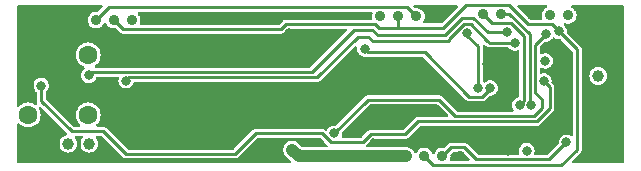
<source format=gbr>
%TF.GenerationSoftware,KiCad,Pcbnew,7.0.7*%
%TF.CreationDate,2024-08-01T01:42:33+03:00*%
%TF.ProjectId,_autosave-Main_PCB_002,5f617574-6f73-4617-9665-2d4d61696e5f,rev?*%
%TF.SameCoordinates,Original*%
%TF.FileFunction,Copper,L3,Inr*%
%TF.FilePolarity,Positive*%
%FSLAX46Y46*%
G04 Gerber Fmt 4.6, Leading zero omitted, Abs format (unit mm)*
G04 Created by KiCad (PCBNEW 7.0.7) date 2024-08-01 01:42:33*
%MOMM*%
%LPD*%
G01*
G04 APERTURE LIST*
%TA.AperFunction,ComponentPad*%
%ADD10C,0.900000*%
%TD*%
%TA.AperFunction,ComponentPad*%
%ADD11C,1.600000*%
%TD*%
%TA.AperFunction,ComponentPad*%
%ADD12C,2.200000*%
%TD*%
%TA.AperFunction,ComponentPad*%
%ADD13C,1.000000*%
%TD*%
%TA.AperFunction,ComponentPad*%
%ADD14C,0.499999*%
%TD*%
%TA.AperFunction,ViaPad*%
%ADD15C,0.800000*%
%TD*%
%TA.AperFunction,Conductor*%
%ADD16C,0.250000*%
%TD*%
%TA.AperFunction,Conductor*%
%ADD17C,1.000000*%
%TD*%
G04 APERTURE END LIST*
D10*
%TO.N,Net-(D11-Conn)*%
%TO.C,D27*%
X87325200Y-63855600D03*
%TD*%
D11*
%TO.N,Net-(D3-Conn)*%
%TO.C,D3*%
X60401200Y-60350400D03*
%TD*%
%TO.N,GND2*%
%TO.C,D19*%
X55321200Y-55270400D03*
%TD*%
D12*
%TO.N,GND2*%
%TO.C,D29*%
X55626000Y-63246000D03*
%TD*%
D10*
%TO.N,Net-(D12-Conn)*%
%TO.C,D12*%
X62585600Y-52324000D03*
%TD*%
D11*
%TO.N,Net-(D2-Conn)*%
%TO.C,D2*%
X60401200Y-55270400D03*
%TD*%
D12*
%TO.N,GND2*%
%TO.C,D30*%
X104394000Y-52578000D03*
%TD*%
D10*
%TO.N,GND2*%
%TO.C,D20*%
X89712800Y-52019200D03*
%TD*%
D13*
%TO.N,GND2*%
%TO.C,D18*%
X103581200Y-58674000D03*
%TD*%
D10*
%TO.N,Net-(D13-Conn)*%
%TO.C,D22*%
X88188800Y-52019200D03*
%TD*%
D11*
%TO.N,Net-(D1-Conn)*%
%TO.C,D1*%
X55321200Y-60350400D03*
%TD*%
D10*
%TO.N,Net-(D12-Conn)*%
%TO.C,D25*%
X88849200Y-63855600D03*
%TD*%
%TO.N,GND2*%
%TO.C,D21*%
X91897200Y-63855600D03*
%TD*%
%TO.N,GND2*%
%TO.C,D10*%
X97993200Y-51917600D03*
%TD*%
%TO.N,Net-(D7-Conn)*%
%TO.C,D7*%
X95351600Y-51816000D03*
%TD*%
%TO.N,Net-(D12-Conn)*%
%TO.C,D24*%
X86664800Y-52019200D03*
%TD*%
D13*
%TO.N,Net-(D16-Conn)*%
%TO.C,D17*%
X103581200Y-57048400D03*
%TD*%
D14*
%TO.N,GND2*%
%TO.C,U4*%
X81012599Y-57067600D03*
X82012600Y-55867600D03*
X82012600Y-57067600D03*
X82012600Y-58267600D03*
X83012601Y-57067600D03*
%TD*%
D10*
%TO.N,Net-(D13-Conn)*%
%TO.C,D23*%
X90373200Y-63855600D03*
%TD*%
%TO.N,Net-(D13-Conn)*%
%TO.C,D13*%
X61061600Y-52324000D03*
%TD*%
D13*
%TO.N,Net-(D16-Conn)*%
%TO.C,D16*%
X58724800Y-62788800D03*
%TD*%
D10*
%TO.N,Net-(D11-Conn)*%
%TO.C,D11*%
X64109600Y-52324000D03*
%TD*%
%TO.N,Net-(D8-Conn)*%
%TO.C,D8*%
X101041200Y-51917600D03*
%TD*%
D12*
%TO.N,GND2*%
%TO.C,D28*%
X55626000Y-52324000D03*
%TD*%
D14*
%TO.N,GND2*%
%TO.C,U3*%
X83539899Y-61385600D03*
X84539900Y-60185600D03*
X84539900Y-61385600D03*
X84539900Y-62585600D03*
X85539901Y-61385600D03*
%TD*%
D10*
%TO.N,Net-(D9-Conn)*%
%TO.C,D9*%
X99517200Y-51917600D03*
%TD*%
%TO.N,GND2*%
%TO.C,D14*%
X59563000Y-52349400D03*
%TD*%
%TO.N,Net-(D6-Conn)*%
%TO.C,D6*%
X93827600Y-51816000D03*
%TD*%
D12*
%TO.N,GND2*%
%TO.C,D31*%
X104394000Y-63246000D03*
%TD*%
D13*
%TO.N,Net-(D15-Conn)*%
%TO.C,D15*%
X60502800Y-62788800D03*
%TD*%
D10*
%TO.N,Net-(D11-Conn)*%
%TO.C,D26*%
X85140800Y-52019200D03*
%TD*%
D15*
%TO.N,Net-(U2-PA5)*%
X98971353Y-57486101D03*
X56426100Y-57873900D03*
%TO.N,GND2*%
X99629577Y-61401247D03*
X94192352Y-56031975D03*
X99656259Y-56637226D03*
X73609200Y-55930800D03*
X94661803Y-59513546D03*
X73609200Y-59080400D03*
X95910400Y-63385100D03*
X102362000Y-54203600D03*
X73609200Y-60096400D03*
X79095600Y-55626000D03*
X73660000Y-54762400D03*
X86614000Y-57150000D03*
X77384701Y-53457901D03*
X73609200Y-58013600D03*
X67056000Y-59436000D03*
X104241600Y-55422800D03*
X73609200Y-61163200D03*
X65278000Y-55118000D03*
X88290400Y-57759600D03*
X75666600Y-52247800D03*
%TO.N,Net-(D7-Conn)*%
X97924745Y-59514700D03*
%TO.N,Net-(D11-Conn)*%
X77622400Y-63296800D03*
%TO.N,Net-(D13-Conn)*%
X100888800Y-62687200D03*
%TO.N,Net-(D15-Conn)*%
X97536000Y-63385100D03*
%TO.N,Net-(D6-Conn)*%
X96925243Y-59514700D03*
%TO.N,Net-(U2-PB5)*%
X60452000Y-56997600D03*
X95855301Y-53315500D03*
%TO.N,Net-(U2-PB4)*%
X96520000Y-54254400D03*
X63601600Y-57454343D03*
X99110800Y-55778400D03*
%TO.N,Net-(U2-PA1)*%
X92494408Y-53397971D03*
X93421200Y-58115200D03*
%TO.N,Net-(U2-PA0)*%
X94437200Y-58064400D03*
X83820000Y-54762400D03*
%TO.N,Net-(D12-Conn)*%
X100279200Y-53289200D03*
%TO.N,Net-(U2-PB3)*%
X99161600Y-53492400D03*
X81229200Y-61925200D03*
X81229200Y-61925200D03*
%TD*%
D16*
%TO.N,Net-(U2-PA5)*%
X99466400Y-59791600D02*
X98356000Y-60902000D01*
X61671200Y-61722000D02*
X58994895Y-61722000D01*
X72833400Y-63666200D02*
X63615400Y-63666200D01*
X80203895Y-61925200D02*
X74574400Y-61925200D01*
X98356000Y-60902000D02*
X88348400Y-60902000D01*
X98971353Y-57486101D02*
X99466400Y-57981148D01*
X63615400Y-63666200D02*
X61671200Y-61722000D01*
X87239799Y-62010601D02*
X84301727Y-62010601D01*
X83662128Y-62650200D02*
X80928895Y-62650200D01*
X74574400Y-61925200D02*
X72833400Y-63666200D01*
X99466400Y-57981148D02*
X99466400Y-59791600D01*
X80928895Y-62650200D02*
X80203895Y-61925200D01*
X84301727Y-62010601D02*
X83662128Y-62650200D01*
X56426100Y-59153205D02*
X56426100Y-57873900D01*
X88348400Y-60902000D02*
X87239799Y-62010601D01*
X58994895Y-61722000D02*
X56426100Y-59153205D01*
%TO.N,Net-(D7-Conn)*%
X97790000Y-53543200D02*
X96062800Y-51816000D01*
X97924745Y-59514700D02*
X97790000Y-59379955D01*
X97924745Y-59514700D02*
X97739200Y-59329155D01*
X96062800Y-51816000D02*
X95351600Y-51816000D01*
X97790000Y-59379955D02*
X97790000Y-53543200D01*
X97739200Y-59329155D02*
X97739200Y-59283600D01*
D17*
%TO.N,Net-(D11-Conn)*%
X87325200Y-63855600D02*
X78232000Y-63855600D01*
D16*
X77673200Y-63296800D02*
X77673200Y-63296800D01*
X77673200Y-63296800D02*
X77622400Y-63296800D01*
X77622400Y-63246000D02*
X77622400Y-63246000D01*
D17*
X78232000Y-63855600D02*
X77673200Y-63296800D01*
D16*
X77622400Y-63296800D02*
X77622400Y-63246000D01*
%TO.N,Net-(D13-Conn)*%
X100888800Y-62636400D02*
X100838000Y-62687200D01*
X100888800Y-62687200D02*
X100888800Y-62636400D01*
X100838000Y-62687200D02*
X100888800Y-62687200D01*
X93247216Y-64109600D02*
X92218216Y-63080600D01*
X88188800Y-52019200D02*
X87413800Y-51244200D01*
X92218216Y-63080600D02*
X91148200Y-63080600D01*
X91148200Y-63080600D02*
X90373200Y-63855600D01*
X62141400Y-51244200D02*
X61061600Y-52324000D01*
X87413800Y-51244200D02*
X62141400Y-51244200D01*
X93247216Y-64109600D02*
X99415600Y-64109600D01*
X99415600Y-64109600D02*
X100838000Y-62687200D01*
%TO.N,Net-(D6-Conn)*%
X96925243Y-59514700D02*
X97289200Y-59150743D01*
X97289200Y-53702800D02*
X96177400Y-52591000D01*
X97289200Y-59150743D02*
X97289200Y-53702800D01*
X96177400Y-52591000D02*
X94602600Y-52591000D01*
X94602600Y-52591000D02*
X93827600Y-51816000D01*
%TO.N,Net-(U2-PB5)*%
X60719757Y-56729843D02*
X79312557Y-56729843D01*
X84937600Y-53594000D02*
X90576400Y-53594000D01*
X90576400Y-53594000D02*
X92049600Y-52120800D01*
X82919400Y-53123000D02*
X84466600Y-53123000D01*
X84466600Y-53123000D02*
X84937600Y-53594000D01*
X60452000Y-56997600D02*
X60719757Y-56729843D01*
X79312557Y-56729843D02*
X82919400Y-53123000D01*
X93014800Y-52120800D02*
X94209500Y-53315500D01*
X92049600Y-52120800D02*
X93014800Y-52120800D01*
X94209500Y-53315500D02*
X95855301Y-53315500D01*
%TO.N,Net-(U2-PB4)*%
X79806800Y-57179843D02*
X83261200Y-53725443D01*
X84103843Y-53725443D02*
X84480400Y-54102000D01*
X91991537Y-52875537D02*
X92194103Y-52672971D01*
X63876100Y-57179843D02*
X79806800Y-57179843D01*
X90932000Y-54102000D02*
X90932000Y-53935074D01*
X92194103Y-52672971D02*
X92794713Y-52672971D01*
X96520000Y-54254400D02*
X94376142Y-54254400D01*
X83261200Y-53725443D02*
X84103843Y-53725443D01*
X90932000Y-53935074D02*
X91991537Y-52875537D01*
X94376142Y-54254400D02*
X94183200Y-54061458D01*
X63601600Y-57454343D02*
X63876100Y-57179843D01*
X84480400Y-54102000D02*
X90932000Y-54102000D01*
X92794713Y-52672971D02*
X94183200Y-54061458D01*
%TO.N,Net-(U2-PA1)*%
X92494408Y-53397971D02*
X92494408Y-53632408D01*
X92494408Y-53632408D02*
X93421200Y-54559200D01*
X93421200Y-54559200D02*
X93421200Y-58115200D01*
%TO.N,Net-(U2-PA0)*%
X88900000Y-55067200D02*
X92673000Y-58840200D01*
X94437200Y-58124505D02*
X94437200Y-58064400D01*
X83820000Y-54762400D02*
X84124800Y-55067200D01*
X93721505Y-58840200D02*
X94437200Y-58124505D01*
X92673000Y-58840200D02*
X93721505Y-58840200D01*
X84124800Y-55067200D02*
X88900000Y-55067200D01*
%TO.N,Net-(D12-Conn)*%
X99682600Y-52692600D02*
X97672184Y-52692600D01*
X84694392Y-52668808D02*
X77149196Y-52668808D01*
X100279200Y-53289200D02*
X99682600Y-52692600D01*
X89624200Y-64630600D02*
X100469400Y-64630600D01*
X92418200Y-51041000D02*
X90474800Y-52984400D01*
X100469400Y-64630600D02*
X101803200Y-63296800D01*
X63360600Y-53099000D02*
X62585600Y-52324000D01*
X76719004Y-53099000D02*
X63360600Y-53099000D01*
X97672184Y-52692600D02*
X96020584Y-51041000D01*
X101803200Y-54813200D02*
X100279200Y-53289200D01*
X77149196Y-52668808D02*
X76719004Y-53099000D01*
X90474800Y-52984400D02*
X85009984Y-52984400D01*
X85009984Y-52984400D02*
X84694392Y-52668808D01*
X88849200Y-63855600D02*
X89624200Y-64630600D01*
X86664800Y-52019200D02*
X86664800Y-52984400D01*
X96020584Y-51041000D02*
X92418200Y-51041000D01*
X101803200Y-63296800D02*
X101803200Y-54813200D01*
%TO.N,Net-(U2-PB3)*%
X98247200Y-58470800D02*
X98806000Y-59029600D01*
X98806000Y-59750105D02*
X98104105Y-60452000D01*
X99161600Y-53492400D02*
X98247200Y-54406800D01*
X98806000Y-59029600D02*
X98806000Y-59750105D01*
X91490800Y-60452000D02*
X90119200Y-59080400D01*
X98247200Y-54406800D02*
X98247200Y-58470800D01*
X90119200Y-59080400D02*
X84074000Y-59080400D01*
X84074000Y-59080400D02*
X81229200Y-61925200D01*
X98104105Y-60452000D02*
X91490800Y-60452000D01*
%TD*%
%TA.AperFunction,Conductor*%
%TO.N,GND2*%
G36*
X56437551Y-59695694D02*
G01*
X58593210Y-61851352D01*
X58626695Y-61912675D01*
X58621711Y-61982367D01*
X58579839Y-62038300D01*
X58546484Y-62056074D01*
X58397113Y-62108342D01*
X58397102Y-62108347D01*
X58253915Y-62198318D01*
X58253909Y-62198323D01*
X58134323Y-62317909D01*
X58134318Y-62317915D01*
X58044347Y-62461102D01*
X58044345Y-62461105D01*
X57988485Y-62620743D01*
X57969551Y-62788797D01*
X57969551Y-62788802D01*
X57988485Y-62956856D01*
X58044345Y-63116494D01*
X58044347Y-63116497D01*
X58134318Y-63259684D01*
X58134323Y-63259690D01*
X58253909Y-63379276D01*
X58253915Y-63379281D01*
X58397102Y-63469252D01*
X58397105Y-63469254D01*
X58397109Y-63469255D01*
X58397110Y-63469256D01*
X58425949Y-63479347D01*
X58556743Y-63525114D01*
X58724797Y-63544049D01*
X58724800Y-63544049D01*
X58724803Y-63544049D01*
X58892856Y-63525114D01*
X58903710Y-63521316D01*
X59052490Y-63469256D01*
X59052492Y-63469254D01*
X59052494Y-63469254D01*
X59052497Y-63469252D01*
X59195684Y-63379281D01*
X59195685Y-63379280D01*
X59195690Y-63379277D01*
X59315277Y-63259690D01*
X59335013Y-63228281D01*
X59405252Y-63116497D01*
X59405254Y-63116494D01*
X59405254Y-63116492D01*
X59405256Y-63116490D01*
X59461113Y-62956859D01*
X59461113Y-62956858D01*
X59461114Y-62956856D01*
X59480049Y-62788802D01*
X59480049Y-62788797D01*
X59461114Y-62620743D01*
X59405254Y-62461105D01*
X59405252Y-62461102D01*
X59315281Y-62317915D01*
X59315276Y-62317909D01*
X59306548Y-62309181D01*
X59273063Y-62247858D01*
X59278047Y-62178166D01*
X59319919Y-62122233D01*
X59385383Y-62097816D01*
X59394229Y-62097500D01*
X59833371Y-62097500D01*
X59900410Y-62117185D01*
X59946165Y-62169989D01*
X59956109Y-62239147D01*
X59927084Y-62302703D01*
X59921052Y-62309181D01*
X59912323Y-62317909D01*
X59912318Y-62317915D01*
X59822347Y-62461102D01*
X59822345Y-62461105D01*
X59766485Y-62620743D01*
X59747551Y-62788797D01*
X59747551Y-62788802D01*
X59766485Y-62956856D01*
X59822345Y-63116494D01*
X59822347Y-63116497D01*
X59912318Y-63259684D01*
X59912323Y-63259690D01*
X60031909Y-63379276D01*
X60031915Y-63379281D01*
X60175102Y-63469252D01*
X60175105Y-63469254D01*
X60175109Y-63469255D01*
X60175110Y-63469256D01*
X60203949Y-63479347D01*
X60334743Y-63525114D01*
X60502797Y-63544049D01*
X60502800Y-63544049D01*
X60502803Y-63544049D01*
X60670856Y-63525114D01*
X60681710Y-63521316D01*
X60830490Y-63469256D01*
X60830492Y-63469254D01*
X60830494Y-63469254D01*
X60830497Y-63469252D01*
X60973684Y-63379281D01*
X60973685Y-63379280D01*
X60973690Y-63379277D01*
X61093277Y-63259690D01*
X61113013Y-63228281D01*
X61183252Y-63116497D01*
X61183254Y-63116494D01*
X61183254Y-63116492D01*
X61183256Y-63116490D01*
X61239113Y-62956859D01*
X61239113Y-62956858D01*
X61239114Y-62956856D01*
X61258049Y-62788802D01*
X61258049Y-62788797D01*
X61239114Y-62620743D01*
X61183254Y-62461105D01*
X61183252Y-62461102D01*
X61093281Y-62317915D01*
X61093276Y-62317909D01*
X61084548Y-62309181D01*
X61051063Y-62247858D01*
X61056047Y-62178166D01*
X61097919Y-62122233D01*
X61163383Y-62097816D01*
X61172229Y-62097500D01*
X61464301Y-62097500D01*
X61531340Y-62117185D01*
X61551981Y-62133818D01*
X62433228Y-63015066D01*
X63313250Y-63895088D01*
X63329375Y-63914944D01*
X63335313Y-63924032D01*
X63335316Y-63924036D01*
X63363325Y-63945836D01*
X63369087Y-63950925D01*
X63371882Y-63953720D01*
X63390895Y-63967294D01*
X63434211Y-64001009D01*
X63434218Y-64001011D01*
X63441120Y-64004747D01*
X63448196Y-64008206D01*
X63448201Y-64008210D01*
X63458584Y-64011301D01*
X63500803Y-64023870D01*
X63552738Y-64041700D01*
X63560472Y-64042990D01*
X63568310Y-64043967D01*
X63568312Y-64043968D01*
X63568313Y-64043967D01*
X63568314Y-64043968D01*
X63623156Y-64041700D01*
X72781596Y-64041700D01*
X72807041Y-64044339D01*
X72810840Y-64045135D01*
X72817668Y-64046567D01*
X72838625Y-64043954D01*
X72852892Y-64042177D01*
X72860568Y-64041700D01*
X72864512Y-64041700D01*
X72864514Y-64041700D01*
X72864516Y-64041699D01*
X72864522Y-64041699D01*
X72879887Y-64039134D01*
X72887540Y-64037857D01*
X72942026Y-64031066D01*
X72942027Y-64031065D01*
X72942029Y-64031065D01*
X72949541Y-64028828D01*
X72957006Y-64026266D01*
X72957006Y-64026265D01*
X72957010Y-64026265D01*
X73005277Y-64000144D01*
X73054611Y-63976026D01*
X73054613Y-63976023D01*
X73060994Y-63971468D01*
X73067219Y-63966622D01*
X73067226Y-63966619D01*
X73104407Y-63926229D01*
X73499501Y-63531135D01*
X74693619Y-62337019D01*
X74754942Y-62303534D01*
X74781300Y-62300700D01*
X77578014Y-62300700D01*
X77645053Y-62320385D01*
X77676507Y-62356685D01*
X77698812Y-62326225D01*
X77764014Y-62301116D01*
X77774168Y-62300700D01*
X79996996Y-62300700D01*
X80064035Y-62320385D01*
X80084676Y-62337018D01*
X80368398Y-62620741D01*
X80626745Y-62879088D01*
X80642869Y-62898942D01*
X80652233Y-62913273D01*
X80672424Y-62980161D01*
X80653248Y-63047348D01*
X80600792Y-63093501D01*
X80548428Y-63105100D01*
X78594229Y-63105100D01*
X78527190Y-63085415D01*
X78506552Y-63068785D01*
X78172977Y-62735209D01*
X78069877Y-62653689D01*
X78069875Y-62653688D01*
X78069874Y-62653687D01*
X77910871Y-62579542D01*
X77749093Y-62546138D01*
X77687419Y-62513304D01*
X77676915Y-62494542D01*
X77671727Y-62505903D01*
X77612949Y-62543677D01*
X77581627Y-62548646D01*
X77563688Y-62549169D01*
X77563684Y-62549169D01*
X77563683Y-62549170D01*
X77394224Y-62594576D01*
X77239799Y-62677841D01*
X77108741Y-62794473D01*
X77108739Y-62794476D01*
X77008113Y-62938186D01*
X77008108Y-62938195D01*
X76943338Y-63101229D01*
X76917910Y-63274827D01*
X76933200Y-63449595D01*
X76988385Y-63616131D01*
X76988387Y-63616136D01*
X77008170Y-63648209D01*
X77080488Y-63765456D01*
X77364929Y-64049897D01*
X77525252Y-64210219D01*
X77558737Y-64271542D01*
X77553753Y-64341233D01*
X77511882Y-64397167D01*
X77446417Y-64421584D01*
X77437571Y-64421900D01*
X54472500Y-64421900D01*
X54405461Y-64402215D01*
X54359706Y-64349411D01*
X54348500Y-64297900D01*
X54348500Y-61167632D01*
X54368185Y-61100593D01*
X54420989Y-61054838D01*
X54490147Y-61044894D01*
X54553703Y-61073919D01*
X54568354Y-61088968D01*
X54574789Y-61096810D01*
X54654259Y-61162028D01*
X54734750Y-61228085D01*
X54917246Y-61325632D01*
X55115266Y-61385700D01*
X55115265Y-61385700D01*
X55130394Y-61387190D01*
X55321200Y-61405983D01*
X55527134Y-61385700D01*
X55725154Y-61325632D01*
X55907650Y-61228085D01*
X56067610Y-61096810D01*
X56198885Y-60936850D01*
X56296432Y-60754354D01*
X56356500Y-60556334D01*
X56376783Y-60350400D01*
X56356500Y-60144466D01*
X56296432Y-59946446D01*
X56240511Y-59841827D01*
X56226270Y-59773426D01*
X56251269Y-59708182D01*
X56307574Y-59666811D01*
X56377307Y-59662449D01*
X56437551Y-59695694D01*
G37*
%TD.AperFunction*%
%TA.AperFunction,Conductor*%
G36*
X105716139Y-51066185D02*
G01*
X105761894Y-51118989D01*
X105773100Y-51170500D01*
X105773100Y-64297900D01*
X105753415Y-64364939D01*
X105700611Y-64410694D01*
X105649100Y-64421900D01*
X101508499Y-64421900D01*
X101441460Y-64402215D01*
X101395705Y-64349411D01*
X101385761Y-64280253D01*
X101414786Y-64216697D01*
X101420818Y-64210219D01*
X101543908Y-64087129D01*
X102032089Y-63598946D01*
X102051946Y-63582822D01*
X102061036Y-63576884D01*
X102082838Y-63548871D01*
X102087933Y-63543103D01*
X102090719Y-63540318D01*
X102095342Y-63533843D01*
X102104286Y-63521316D01*
X102138007Y-63477992D01*
X102141747Y-63471080D01*
X102145203Y-63464007D01*
X102145210Y-63463999D01*
X102160870Y-63411396D01*
X102178700Y-63359460D01*
X102178700Y-63359455D01*
X102179990Y-63351724D01*
X102180968Y-63343885D01*
X102178700Y-63289044D01*
X102178700Y-59078183D01*
X102178700Y-57048402D01*
X102825951Y-57048402D01*
X102844885Y-57216456D01*
X102900745Y-57376094D01*
X102900747Y-57376097D01*
X102990718Y-57519284D01*
X102990723Y-57519290D01*
X103110309Y-57638876D01*
X103110315Y-57638881D01*
X103253502Y-57728852D01*
X103253505Y-57728854D01*
X103253509Y-57728855D01*
X103253510Y-57728856D01*
X103306275Y-57747319D01*
X103413143Y-57784714D01*
X103581197Y-57803649D01*
X103581200Y-57803649D01*
X103581203Y-57803649D01*
X103749256Y-57784714D01*
X103749259Y-57784713D01*
X103908890Y-57728856D01*
X103908892Y-57728854D01*
X103908894Y-57728854D01*
X103908897Y-57728852D01*
X104052084Y-57638881D01*
X104052085Y-57638880D01*
X104052090Y-57638877D01*
X104171677Y-57519290D01*
X104192531Y-57486101D01*
X104261652Y-57376097D01*
X104261654Y-57376094D01*
X104261654Y-57376092D01*
X104261656Y-57376090D01*
X104317513Y-57216459D01*
X104317513Y-57216458D01*
X104317514Y-57216456D01*
X104336449Y-57048402D01*
X104336449Y-57048397D01*
X104317514Y-56880343D01*
X104261654Y-56720705D01*
X104261652Y-56720702D01*
X104171681Y-56577515D01*
X104171676Y-56577509D01*
X104052090Y-56457923D01*
X104052084Y-56457918D01*
X103908897Y-56367947D01*
X103908894Y-56367945D01*
X103749256Y-56312085D01*
X103581203Y-56293151D01*
X103581197Y-56293151D01*
X103413143Y-56312085D01*
X103253505Y-56367945D01*
X103253502Y-56367947D01*
X103110315Y-56457918D01*
X103110309Y-56457923D01*
X102990723Y-56577509D01*
X102990718Y-56577515D01*
X102900747Y-56720702D01*
X102900745Y-56720705D01*
X102844885Y-56880343D01*
X102825951Y-57048397D01*
X102825951Y-57048402D01*
X102178700Y-57048402D01*
X102178700Y-54864993D01*
X102181338Y-54839559D01*
X102183567Y-54828931D01*
X102181128Y-54809363D01*
X102179177Y-54793708D01*
X102178700Y-54786032D01*
X102178700Y-54782089D01*
X102178699Y-54782083D01*
X102177462Y-54774671D01*
X102174855Y-54759047D01*
X102168065Y-54704574D01*
X102168065Y-54704573D01*
X102165817Y-54697027D01*
X102163265Y-54689590D01*
X102137142Y-54641319D01*
X102132190Y-54631190D01*
X102113026Y-54591988D01*
X102113023Y-54591985D01*
X102113023Y-54591984D01*
X102108467Y-54585602D01*
X102103623Y-54579378D01*
X102103619Y-54579374D01*
X102063241Y-54542203D01*
X100963717Y-53442679D01*
X100930233Y-53381357D01*
X100928303Y-53340052D01*
X100928846Y-53335582D01*
X100934478Y-53289200D01*
X100915437Y-53132382D01*
X100859420Y-52984677D01*
X100795511Y-52892088D01*
X100769682Y-52854668D01*
X100704416Y-52796849D01*
X100667289Y-52737660D01*
X100668056Y-52667794D01*
X100706473Y-52609434D01*
X100770343Y-52581109D01*
X100816316Y-52583635D01*
X100956144Y-52618100D01*
X101126256Y-52618100D01*
X101291425Y-52577390D01*
X101408082Y-52516163D01*
X101442049Y-52498336D01*
X101442050Y-52498334D01*
X101442052Y-52498334D01*
X101569383Y-52385529D01*
X101666018Y-52245530D01*
X101726340Y-52086472D01*
X101746845Y-51917600D01*
X101726340Y-51748728D01*
X101724267Y-51743263D01*
X101666017Y-51589668D01*
X101631676Y-51539918D01*
X101569383Y-51449671D01*
X101442052Y-51336866D01*
X101442049Y-51336863D01*
X101334269Y-51280296D01*
X101284056Y-51231711D01*
X101268082Y-51163692D01*
X101291417Y-51097835D01*
X101346654Y-51055048D01*
X101391895Y-51046500D01*
X105649100Y-51046500D01*
X105716139Y-51066185D01*
G37*
%TD.AperFunction*%
%TA.AperFunction,Conductor*%
G36*
X92078356Y-63475785D02*
G01*
X92098998Y-63492419D01*
X92649997Y-64043419D01*
X92683482Y-64104742D01*
X92678498Y-64174434D01*
X92636626Y-64230367D01*
X92571162Y-64254784D01*
X92562316Y-64255100D01*
X91150519Y-64255100D01*
X91083480Y-64235415D01*
X91037725Y-64182611D01*
X91027781Y-64113453D01*
X91034575Y-64087134D01*
X91058340Y-64024472D01*
X91078845Y-63855600D01*
X91067216Y-63759830D01*
X91078676Y-63690909D01*
X91102625Y-63657210D01*
X91267419Y-63492416D01*
X91328742Y-63458934D01*
X91355099Y-63456100D01*
X92011317Y-63456100D01*
X92078356Y-63475785D01*
G37*
%TD.AperFunction*%
%TA.AperFunction,Conductor*%
G36*
X99895732Y-53818536D02*
G01*
X99906960Y-53828483D01*
X99906962Y-53828484D01*
X100046834Y-53901896D01*
X100200214Y-53939700D01*
X100347301Y-53939700D01*
X100414340Y-53959385D01*
X100434982Y-53976019D01*
X101391381Y-54932418D01*
X101424866Y-54993741D01*
X101427700Y-55020099D01*
X101427700Y-62030265D01*
X101408015Y-62097304D01*
X101355211Y-62143059D01*
X101286053Y-62153003D01*
X101246074Y-62140061D01*
X101121165Y-62074503D01*
X100967786Y-62036700D01*
X100967785Y-62036700D01*
X100809815Y-62036700D01*
X100809814Y-62036700D01*
X100656434Y-62074503D01*
X100516562Y-62147915D01*
X100459668Y-62198318D01*
X100413582Y-62239147D01*
X100398316Y-62252671D01*
X100308581Y-62382675D01*
X100308580Y-62382676D01*
X100252562Y-62530381D01*
X100233522Y-62687199D01*
X100233522Y-62687202D01*
X100234196Y-62692754D01*
X100222735Y-62761677D01*
X100198781Y-62795379D01*
X99296381Y-63697781D01*
X99235058Y-63731266D01*
X99208700Y-63734100D01*
X98278997Y-63734100D01*
X98211958Y-63714415D01*
X98166203Y-63661611D01*
X98156259Y-63592453D01*
X98163055Y-63566128D01*
X98172237Y-63541918D01*
X98191278Y-63385100D01*
X98190572Y-63379281D01*
X98172237Y-63228281D01*
X98144826Y-63156004D01*
X98116220Y-63080577D01*
X98026483Y-62950570D01*
X97908240Y-62845817D01*
X97908238Y-62845816D01*
X97908237Y-62845815D01*
X97768365Y-62772403D01*
X97614986Y-62734600D01*
X97614985Y-62734600D01*
X97457015Y-62734600D01*
X97457014Y-62734600D01*
X97303634Y-62772403D01*
X97163762Y-62845815D01*
X97045516Y-62950571D01*
X96955781Y-63080575D01*
X96955780Y-63080576D01*
X96899762Y-63228281D01*
X96880722Y-63385099D01*
X96880722Y-63385100D01*
X96899762Y-63541917D01*
X96908945Y-63566128D01*
X96914312Y-63635791D01*
X96881165Y-63697298D01*
X96820027Y-63731119D01*
X96793003Y-63734100D01*
X93454115Y-63734100D01*
X93387076Y-63714415D01*
X93366434Y-63697781D01*
X92956519Y-63287866D01*
X92520365Y-62851711D01*
X92504238Y-62831852D01*
X92498302Y-62822767D01*
X92498299Y-62822763D01*
X92470290Y-62800963D01*
X92464526Y-62795872D01*
X92461731Y-62793077D01*
X92442721Y-62779506D01*
X92399405Y-62745790D01*
X92392490Y-62742048D01*
X92385416Y-62738590D01*
X92332812Y-62722929D01*
X92280874Y-62705099D01*
X92273139Y-62703808D01*
X92265301Y-62702831D01*
X92210460Y-62705100D01*
X91200003Y-62705100D01*
X91174558Y-62702461D01*
X91163932Y-62700233D01*
X91163929Y-62700233D01*
X91128707Y-62704623D01*
X91121031Y-62705100D01*
X91117086Y-62705100D01*
X91105571Y-62707021D01*
X91094056Y-62708942D01*
X91075896Y-62711206D01*
X91039575Y-62715734D01*
X91039571Y-62715735D01*
X91032042Y-62717977D01*
X91024583Y-62720537D01*
X90976318Y-62746658D01*
X90926991Y-62770772D01*
X90920581Y-62775348D01*
X90914375Y-62780179D01*
X90877192Y-62820570D01*
X90575424Y-63122337D01*
X90514101Y-63155822D01*
X90465805Y-63155161D01*
X90465703Y-63156004D01*
X90458257Y-63155100D01*
X90458256Y-63155100D01*
X90288144Y-63155100D01*
X90122973Y-63195810D01*
X89972350Y-63274863D01*
X89845016Y-63387672D01*
X89748382Y-63527668D01*
X89748382Y-63527669D01*
X89727142Y-63583676D01*
X89684964Y-63639379D01*
X89619367Y-63663436D01*
X89551176Y-63648209D01*
X89502043Y-63598533D01*
X89495258Y-63583676D01*
X89488603Y-63566128D01*
X89474018Y-63527670D01*
X89377383Y-63387671D01*
X89250052Y-63274866D01*
X89250049Y-63274863D01*
X89099426Y-63195810D01*
X88934256Y-63155100D01*
X88764144Y-63155100D01*
X88598973Y-63195810D01*
X88448350Y-63274863D01*
X88321016Y-63387672D01*
X88224381Y-63527671D01*
X88222563Y-63531135D01*
X88220565Y-63533199D01*
X88220121Y-63533843D01*
X88220014Y-63533769D01*
X88173976Y-63581345D01*
X88105956Y-63597317D01*
X88040100Y-63573979D01*
X87998911Y-63522618D01*
X87979577Y-63477796D01*
X87974577Y-63471080D01*
X87889934Y-63357385D01*
X87874810Y-63337070D01*
X87740414Y-63224298D01*
X87739726Y-63223952D01*
X87583637Y-63145561D01*
X87583633Y-63145560D01*
X87412921Y-63105100D01*
X87412918Y-63105100D01*
X84037626Y-63105100D01*
X83970587Y-63085415D01*
X83924832Y-63032611D01*
X83914888Y-62963453D01*
X83943913Y-62899897D01*
X83949945Y-62893419D01*
X84420945Y-62422420D01*
X84482268Y-62388935D01*
X84508626Y-62386101D01*
X87187995Y-62386101D01*
X87213440Y-62388740D01*
X87217239Y-62389536D01*
X87224067Y-62390968D01*
X87245024Y-62388355D01*
X87259291Y-62386578D01*
X87266967Y-62386101D01*
X87270911Y-62386101D01*
X87270913Y-62386101D01*
X87270915Y-62386100D01*
X87270921Y-62386100D01*
X87291440Y-62382675D01*
X87293939Y-62382258D01*
X87348425Y-62375467D01*
X87348426Y-62375466D01*
X87348428Y-62375466D01*
X87355940Y-62373229D01*
X87363405Y-62370667D01*
X87363405Y-62370666D01*
X87363409Y-62370666D01*
X87411676Y-62344545D01*
X87461010Y-62320427D01*
X87461012Y-62320424D01*
X87467393Y-62315869D01*
X87473618Y-62311023D01*
X87473625Y-62311020D01*
X87510807Y-62270629D01*
X87976012Y-61805424D01*
X88467618Y-61313819D01*
X88528941Y-61280334D01*
X88555299Y-61277500D01*
X98304196Y-61277500D01*
X98329641Y-61280139D01*
X98333440Y-61280935D01*
X98340268Y-61282367D01*
X98361225Y-61279754D01*
X98375492Y-61277977D01*
X98383168Y-61277500D01*
X98387112Y-61277500D01*
X98387114Y-61277500D01*
X98387116Y-61277499D01*
X98387122Y-61277499D01*
X98403891Y-61274700D01*
X98410140Y-61273657D01*
X98464626Y-61266866D01*
X98464627Y-61266865D01*
X98464629Y-61266865D01*
X98472141Y-61264628D01*
X98479606Y-61262066D01*
X98479606Y-61262065D01*
X98479610Y-61262065D01*
X98527877Y-61235944D01*
X98577211Y-61211826D01*
X98577213Y-61211823D01*
X98583594Y-61207268D01*
X98589819Y-61202422D01*
X98589826Y-61202419D01*
X98627008Y-61162028D01*
X99695289Y-60093746D01*
X99715146Y-60077622D01*
X99724236Y-60071684D01*
X99746051Y-60043654D01*
X99751119Y-60037916D01*
X99753920Y-60035117D01*
X99767488Y-60016113D01*
X99801209Y-59972789D01*
X99801210Y-59972783D01*
X99804942Y-59965889D01*
X99808403Y-59958807D01*
X99808410Y-59958799D01*
X99824070Y-59906196D01*
X99841900Y-59854260D01*
X99841900Y-59854255D01*
X99843190Y-59846524D01*
X99844168Y-59838685D01*
X99841900Y-59783844D01*
X99841900Y-58032952D01*
X99844539Y-58007507D01*
X99845185Y-58004423D01*
X99846767Y-57996880D01*
X99844898Y-57981888D01*
X99842377Y-57961654D01*
X99841900Y-57953978D01*
X99841900Y-57950037D01*
X99841898Y-57950024D01*
X99838057Y-57927007D01*
X99831438Y-57873900D01*
X99831266Y-57872522D01*
X99831264Y-57872518D01*
X99829022Y-57864988D01*
X99826465Y-57857540D01*
X99826465Y-57857538D01*
X99800344Y-57809270D01*
X99776226Y-57759937D01*
X99776224Y-57759935D01*
X99776224Y-57759934D01*
X99771676Y-57753564D01*
X99766820Y-57747324D01*
X99766819Y-57747322D01*
X99746755Y-57728852D01*
X99726429Y-57710140D01*
X99696942Y-57680653D01*
X99655868Y-57639579D01*
X99622385Y-57578259D01*
X99620455Y-57536958D01*
X99626631Y-57486101D01*
X99607590Y-57329283D01*
X99551573Y-57181578D01*
X99461836Y-57051571D01*
X99343593Y-56946818D01*
X99343591Y-56946817D01*
X99343590Y-56946816D01*
X99203718Y-56873404D01*
X99050339Y-56835601D01*
X99050338Y-56835601D01*
X98892368Y-56835601D01*
X98892367Y-56835601D01*
X98776374Y-56864190D01*
X98706572Y-56861121D01*
X98649510Y-56820800D01*
X98623305Y-56756031D01*
X98622700Y-56743793D01*
X98622700Y-56461996D01*
X98642385Y-56394957D01*
X98695189Y-56349202D01*
X98764347Y-56339258D01*
X98804323Y-56352198D01*
X98878435Y-56391096D01*
X98955124Y-56409997D01*
X99031814Y-56428900D01*
X99031815Y-56428900D01*
X99189785Y-56428900D01*
X99343165Y-56391096D01*
X99392930Y-56364977D01*
X99483040Y-56317683D01*
X99601283Y-56212930D01*
X99691020Y-56082923D01*
X99747037Y-55935218D01*
X99766078Y-55778400D01*
X99747037Y-55621582D01*
X99691020Y-55473877D01*
X99601283Y-55343870D01*
X99483040Y-55239117D01*
X99483038Y-55239116D01*
X99483037Y-55239115D01*
X99343165Y-55165703D01*
X99189786Y-55127900D01*
X99189785Y-55127900D01*
X99031815Y-55127900D01*
X99031814Y-55127900D01*
X98878434Y-55165703D01*
X98804326Y-55204599D01*
X98735817Y-55218325D01*
X98670764Y-55192832D01*
X98629820Y-55136217D01*
X98622700Y-55094803D01*
X98622700Y-54613698D01*
X98642385Y-54546659D01*
X98659014Y-54526022D01*
X99005817Y-54179219D01*
X99067141Y-54145734D01*
X99093499Y-54142900D01*
X99240585Y-54142900D01*
X99393965Y-54105096D01*
X99477711Y-54061142D01*
X99533840Y-54031683D01*
X99652083Y-53926930D01*
X99711456Y-53840912D01*
X99765738Y-53796922D01*
X99835187Y-53789262D01*
X99895732Y-53818536D01*
G37*
%TD.AperFunction*%
%TA.AperFunction,Conductor*%
G36*
X61575740Y-51066185D02*
G01*
X61621495Y-51118989D01*
X61631439Y-51188147D01*
X61602414Y-51251703D01*
X61596400Y-51258162D01*
X61320943Y-51533619D01*
X61263824Y-51590738D01*
X61202501Y-51624222D01*
X61154205Y-51623561D01*
X61154103Y-51624404D01*
X61146657Y-51623500D01*
X61146656Y-51623500D01*
X60976544Y-51623500D01*
X60811373Y-51664210D01*
X60660750Y-51743263D01*
X60533416Y-51856072D01*
X60436782Y-51996068D01*
X60376460Y-52155125D01*
X60376459Y-52155130D01*
X60355955Y-52324000D01*
X60376459Y-52492869D01*
X60376460Y-52492874D01*
X60436782Y-52651931D01*
X60495958Y-52737660D01*
X60533417Y-52791929D01*
X60624931Y-52873003D01*
X60660750Y-52904736D01*
X60811373Y-52983789D01*
X60811375Y-52983790D01*
X60976544Y-53024500D01*
X61146656Y-53024500D01*
X61311825Y-52983790D01*
X61417380Y-52928390D01*
X61462449Y-52904736D01*
X61462450Y-52904734D01*
X61462452Y-52904734D01*
X61589783Y-52791929D01*
X61686418Y-52651930D01*
X61707658Y-52595923D01*
X61749835Y-52540221D01*
X61815433Y-52516163D01*
X61883623Y-52531390D01*
X61932757Y-52581065D01*
X61939542Y-52595924D01*
X61960781Y-52651928D01*
X61960782Y-52651931D01*
X62019958Y-52737660D01*
X62057417Y-52791929D01*
X62148931Y-52873003D01*
X62184750Y-52904736D01*
X62335373Y-52983789D01*
X62335375Y-52983790D01*
X62500544Y-53024500D01*
X62670658Y-53024500D01*
X62678104Y-53023596D01*
X62678261Y-53024889D01*
X62740267Y-53027614D01*
X62787825Y-53057262D01*
X63058449Y-53327886D01*
X63074578Y-53347747D01*
X63080516Y-53356836D01*
X63108529Y-53378639D01*
X63114291Y-53383728D01*
X63117083Y-53386520D01*
X63136086Y-53400088D01*
X63179411Y-53433809D01*
X63179413Y-53433809D01*
X63186335Y-53437555D01*
X63193398Y-53441008D01*
X63193401Y-53441010D01*
X63246012Y-53456673D01*
X63271976Y-53465586D01*
X63297939Y-53474500D01*
X63305701Y-53475795D01*
X63313511Y-53476768D01*
X63313512Y-53476769D01*
X63313512Y-53476768D01*
X63313513Y-53476769D01*
X63340940Y-53475634D01*
X63368369Y-53474500D01*
X76667200Y-53474500D01*
X76692645Y-53477139D01*
X76696444Y-53477935D01*
X76703272Y-53479367D01*
X76724229Y-53476754D01*
X76738496Y-53474977D01*
X76746172Y-53474500D01*
X76750116Y-53474500D01*
X76750118Y-53474500D01*
X76750120Y-53474499D01*
X76750126Y-53474499D01*
X76765491Y-53471934D01*
X76773144Y-53470657D01*
X76827630Y-53463866D01*
X76827631Y-53463865D01*
X76827633Y-53463865D01*
X76835145Y-53461628D01*
X76842610Y-53459066D01*
X76842610Y-53459065D01*
X76842614Y-53459065D01*
X76890881Y-53432944D01*
X76940215Y-53408826D01*
X76940217Y-53408823D01*
X76946598Y-53404268D01*
X76952822Y-53399423D01*
X76952830Y-53399419D01*
X76990012Y-53359028D01*
X77125597Y-53223443D01*
X77268414Y-53080627D01*
X77329737Y-53047142D01*
X77356095Y-53044308D01*
X82167693Y-53044308D01*
X82234732Y-53063993D01*
X82280487Y-53116797D01*
X82290431Y-53185955D01*
X82261406Y-53249511D01*
X82255374Y-53255988D01*
X80723799Y-54787563D01*
X79193338Y-56318024D01*
X79132015Y-56351509D01*
X79105657Y-56354343D01*
X61082881Y-56354343D01*
X61015842Y-56334658D01*
X60970087Y-56281854D01*
X60960143Y-56212696D01*
X60989168Y-56149140D01*
X61004217Y-56134489D01*
X61147610Y-56016810D01*
X61214570Y-55935218D01*
X61278885Y-55856850D01*
X61376432Y-55674354D01*
X61436500Y-55476334D01*
X61456783Y-55270400D01*
X61436500Y-55064466D01*
X61376432Y-54866446D01*
X61278885Y-54683950D01*
X61219020Y-54611004D01*
X61147610Y-54523989D01*
X61015025Y-54415181D01*
X60987650Y-54392715D01*
X60817754Y-54301902D01*
X60805156Y-54295169D01*
X60805155Y-54295168D01*
X60805154Y-54295168D01*
X60607134Y-54235100D01*
X60607132Y-54235099D01*
X60607134Y-54235099D01*
X60401200Y-54214817D01*
X60195267Y-54235099D01*
X59997243Y-54295169D01*
X59904218Y-54344893D01*
X59814750Y-54392715D01*
X59814748Y-54392716D01*
X59814747Y-54392717D01*
X59654789Y-54523989D01*
X59523517Y-54683947D01*
X59523515Y-54683950D01*
X59519373Y-54691700D01*
X59425969Y-54866443D01*
X59365899Y-55064467D01*
X59345617Y-55270400D01*
X59365899Y-55476332D01*
X59365900Y-55476334D01*
X59425968Y-55674354D01*
X59523515Y-55856850D01*
X59523517Y-55856852D01*
X59654789Y-56016810D01*
X59751409Y-56096102D01*
X59814750Y-56148085D01*
X59940015Y-56215041D01*
X59997245Y-56245632D01*
X60010322Y-56249598D01*
X60025288Y-56254138D01*
X60083728Y-56292434D01*
X60112185Y-56356246D01*
X60101626Y-56425313D01*
X60071522Y-56465615D01*
X59961516Y-56563070D01*
X59871781Y-56693075D01*
X59871780Y-56693076D01*
X59815762Y-56840781D01*
X59796722Y-56997599D01*
X59796722Y-56997600D01*
X59815762Y-57154418D01*
X59870036Y-57297525D01*
X59871780Y-57302123D01*
X59961517Y-57432130D01*
X60079760Y-57536883D01*
X60088016Y-57541216D01*
X60219634Y-57610296D01*
X60373014Y-57648100D01*
X60373015Y-57648100D01*
X60530985Y-57648100D01*
X60684365Y-57610296D01*
X60702820Y-57600610D01*
X60824240Y-57536883D01*
X60942483Y-57432130D01*
X61032220Y-57302123D01*
X61076497Y-57185372D01*
X61118676Y-57129669D01*
X61184274Y-57105612D01*
X61192440Y-57105343D01*
X62858603Y-57105343D01*
X62925642Y-57125028D01*
X62971397Y-57177832D01*
X62981341Y-57246990D01*
X62974545Y-57273315D01*
X62965362Y-57297525D01*
X62946322Y-57454342D01*
X62946322Y-57454343D01*
X62965362Y-57611161D01*
X63005533Y-57717081D01*
X63021380Y-57758866D01*
X63111117Y-57888873D01*
X63229360Y-57993626D01*
X63229362Y-57993627D01*
X63369234Y-58067039D01*
X63522614Y-58104843D01*
X63522615Y-58104843D01*
X63680585Y-58104843D01*
X63833965Y-58067039D01*
X63889745Y-58037763D01*
X63973840Y-57993626D01*
X64092083Y-57888873D01*
X64181820Y-57758866D01*
X64228654Y-57635372D01*
X64270833Y-57579669D01*
X64336431Y-57555612D01*
X64344597Y-57555343D01*
X79754996Y-57555343D01*
X79780441Y-57557982D01*
X79784240Y-57558778D01*
X79791068Y-57560210D01*
X79812025Y-57557597D01*
X79826292Y-57555820D01*
X79833968Y-57555343D01*
X79837912Y-57555343D01*
X79837914Y-57555343D01*
X79837916Y-57555342D01*
X79837922Y-57555342D01*
X79853287Y-57552777D01*
X79860940Y-57551500D01*
X79915426Y-57544709D01*
X79915427Y-57544708D01*
X79915429Y-57544708D01*
X79922941Y-57542471D01*
X79930406Y-57539909D01*
X79930406Y-57539908D01*
X79930410Y-57539908D01*
X79978677Y-57513787D01*
X80028011Y-57489669D01*
X80028013Y-57489666D01*
X80034394Y-57485111D01*
X80040619Y-57480265D01*
X80040626Y-57480262D01*
X80077808Y-57439871D01*
X82967218Y-54550460D01*
X83028540Y-54516977D01*
X83098232Y-54521961D01*
X83154165Y-54563833D01*
X83178582Y-54629297D01*
X83177994Y-54653089D01*
X83164722Y-54762399D01*
X83164722Y-54762400D01*
X83183762Y-54919218D01*
X83222022Y-55020099D01*
X83239780Y-55066923D01*
X83329517Y-55196930D01*
X83447760Y-55301683D01*
X83447762Y-55301684D01*
X83587634Y-55375096D01*
X83741014Y-55412900D01*
X83741015Y-55412900D01*
X83898985Y-55412900D01*
X83905086Y-55411396D01*
X83970149Y-55412945D01*
X84010205Y-55424871D01*
X84062140Y-55442700D01*
X84062142Y-55442700D01*
X84069879Y-55443991D01*
X84077709Y-55444967D01*
X84077711Y-55444968D01*
X84077712Y-55444967D01*
X84077713Y-55444968D01*
X84132555Y-55442700D01*
X88693101Y-55442700D01*
X88760140Y-55462385D01*
X88780781Y-55479018D01*
X90599287Y-57297525D01*
X92370850Y-59069088D01*
X92386975Y-59088944D01*
X92392913Y-59098032D01*
X92392916Y-59098036D01*
X92420925Y-59119836D01*
X92426687Y-59124925D01*
X92429482Y-59127720D01*
X92448495Y-59141294D01*
X92491811Y-59175009D01*
X92491818Y-59175011D01*
X92498720Y-59178747D01*
X92505796Y-59182206D01*
X92505801Y-59182210D01*
X92512892Y-59184321D01*
X92558403Y-59197870D01*
X92610338Y-59215700D01*
X92618072Y-59216990D01*
X92625910Y-59217967D01*
X92625912Y-59217968D01*
X92625913Y-59217967D01*
X92625914Y-59217968D01*
X92680756Y-59215700D01*
X93669701Y-59215700D01*
X93695146Y-59218339D01*
X93698945Y-59219135D01*
X93705773Y-59220567D01*
X93726730Y-59217954D01*
X93740997Y-59216177D01*
X93748673Y-59215700D01*
X93752617Y-59215700D01*
X93752619Y-59215700D01*
X93752621Y-59215699D01*
X93752627Y-59215699D01*
X93767992Y-59213134D01*
X93775645Y-59211857D01*
X93830131Y-59205066D01*
X93830132Y-59205065D01*
X93830134Y-59205065D01*
X93837646Y-59202828D01*
X93845111Y-59200266D01*
X93845111Y-59200265D01*
X93845115Y-59200265D01*
X93893382Y-59174144D01*
X93942716Y-59150026D01*
X93942718Y-59150023D01*
X93949099Y-59145468D01*
X93955324Y-59140622D01*
X93955331Y-59140619D01*
X93992513Y-59100228D01*
X94341522Y-58751219D01*
X94402846Y-58717734D01*
X94429204Y-58714900D01*
X94516185Y-58714900D01*
X94669565Y-58677096D01*
X94809440Y-58603683D01*
X94927683Y-58498930D01*
X95017420Y-58368923D01*
X95073437Y-58221218D01*
X95092478Y-58064400D01*
X95080003Y-57961654D01*
X95073437Y-57907581D01*
X95026839Y-57784713D01*
X95017420Y-57759877D01*
X94927683Y-57629870D01*
X94809440Y-57525117D01*
X94809438Y-57525116D01*
X94809437Y-57525115D01*
X94669565Y-57451703D01*
X94516186Y-57413900D01*
X94516185Y-57413900D01*
X94358215Y-57413900D01*
X94358214Y-57413900D01*
X94204834Y-57451703D01*
X94064961Y-57525115D01*
X94064959Y-57525117D01*
X94002926Y-57580073D01*
X93939693Y-57609794D01*
X93870430Y-57600610D01*
X93817127Y-57555437D01*
X93796707Y-57488618D01*
X93796700Y-57487257D01*
X93796700Y-54611004D01*
X93799340Y-54585555D01*
X93801567Y-54574933D01*
X93800183Y-54563833D01*
X93797175Y-54539707D01*
X93796699Y-54532026D01*
X93796700Y-54528086D01*
X93795896Y-54523274D01*
X93804277Y-54453908D01*
X93848829Y-54400086D01*
X93915407Y-54378894D01*
X93982874Y-54397061D01*
X94005886Y-54415181D01*
X94073991Y-54483286D01*
X94090119Y-54503145D01*
X94096058Y-54512236D01*
X94124074Y-54534041D01*
X94129835Y-54539130D01*
X94132624Y-54541919D01*
X94151625Y-54555485D01*
X94190319Y-54585602D01*
X94194953Y-54589209D01*
X94201846Y-54592939D01*
X94208938Y-54596406D01*
X94208943Y-54596410D01*
X94214768Y-54598144D01*
X94261545Y-54612070D01*
X94313480Y-54629900D01*
X94321214Y-54631190D01*
X94329052Y-54632167D01*
X94329054Y-54632168D01*
X94329055Y-54632167D01*
X94329056Y-54632168D01*
X94383898Y-54629900D01*
X95923692Y-54629900D01*
X95990731Y-54649585D01*
X96025742Y-54683461D01*
X96029517Y-54688930D01*
X96147760Y-54793683D01*
X96147762Y-54793684D01*
X96287634Y-54867096D01*
X96441014Y-54904900D01*
X96441015Y-54904900D01*
X96598985Y-54904900D01*
X96759649Y-54865301D01*
X96760432Y-54868480D01*
X96815386Y-54864244D01*
X96876894Y-54897389D01*
X96910718Y-54958525D01*
X96913700Y-54985555D01*
X96913700Y-58750428D01*
X96894015Y-58817467D01*
X96841211Y-58863222D01*
X96819375Y-58870825D01*
X96692876Y-58902004D01*
X96553005Y-58975415D01*
X96434759Y-59080171D01*
X96345024Y-59210175D01*
X96345023Y-59210176D01*
X96289005Y-59357881D01*
X96269965Y-59514699D01*
X96269965Y-59514700D01*
X96289005Y-59671518D01*
X96345023Y-59819222D01*
X96345023Y-59819223D01*
X96369204Y-59854255D01*
X96388396Y-59882060D01*
X96410279Y-59948415D01*
X96392814Y-60016066D01*
X96341546Y-60063536D01*
X96286346Y-60076500D01*
X91697700Y-60076500D01*
X91630661Y-60056815D01*
X91610019Y-60040181D01*
X90421349Y-58851511D01*
X90405222Y-58831652D01*
X90399286Y-58822567D01*
X90399283Y-58822563D01*
X90371274Y-58800763D01*
X90365510Y-58795672D01*
X90362715Y-58792877D01*
X90343705Y-58779306D01*
X90300389Y-58745590D01*
X90293474Y-58741848D01*
X90286400Y-58738390D01*
X90233796Y-58722729D01*
X90181858Y-58704899D01*
X90174123Y-58703608D01*
X90166285Y-58702631D01*
X90111444Y-58704900D01*
X84125803Y-58704900D01*
X84100358Y-58702261D01*
X84089732Y-58700033D01*
X84089729Y-58700033D01*
X84054507Y-58704423D01*
X84046831Y-58704900D01*
X84042886Y-58704900D01*
X84025615Y-58707781D01*
X84019858Y-58708742D01*
X83965370Y-58715534D01*
X83957857Y-58717771D01*
X83950387Y-58720336D01*
X83902122Y-58746455D01*
X83852792Y-58770571D01*
X83846375Y-58775153D01*
X83840175Y-58779979D01*
X83802991Y-58820371D01*
X81384980Y-61238381D01*
X81323657Y-61271866D01*
X81297299Y-61274700D01*
X81150214Y-61274700D01*
X80996834Y-61312503D01*
X80856962Y-61385915D01*
X80738718Y-61490669D01*
X80644942Y-61626526D01*
X80590659Y-61670516D01*
X80521210Y-61678175D01*
X80466727Y-61653936D01*
X80455968Y-61645562D01*
X80450212Y-61640479D01*
X80447413Y-61637680D01*
X80447409Y-61637677D01*
X80447408Y-61637676D01*
X80431790Y-61626526D01*
X80428399Y-61624105D01*
X80395865Y-61598782D01*
X80385084Y-61590390D01*
X80378169Y-61586648D01*
X80371095Y-61583190D01*
X80318491Y-61567529D01*
X80266553Y-61549699D01*
X80258818Y-61548408D01*
X80250980Y-61547431D01*
X80196139Y-61549700D01*
X74626203Y-61549700D01*
X74600758Y-61547061D01*
X74590132Y-61544833D01*
X74590129Y-61544833D01*
X74554907Y-61549223D01*
X74547231Y-61549700D01*
X74543286Y-61549700D01*
X74526015Y-61552581D01*
X74520258Y-61553542D01*
X74465770Y-61560334D01*
X74458257Y-61562571D01*
X74450787Y-61565136D01*
X74402522Y-61591255D01*
X74353192Y-61615371D01*
X74346775Y-61619953D01*
X74340575Y-61624779D01*
X74303392Y-61665170D01*
X72714181Y-63254381D01*
X72652858Y-63287866D01*
X72626500Y-63290700D01*
X63822299Y-63290700D01*
X63755260Y-63271015D01*
X63734618Y-63254381D01*
X62866815Y-62386578D01*
X61973349Y-61493111D01*
X61957222Y-61473252D01*
X61951286Y-61464167D01*
X61951283Y-61464163D01*
X61923274Y-61442363D01*
X61917510Y-61437272D01*
X61914715Y-61434477D01*
X61895705Y-61420906D01*
X61852389Y-61387190D01*
X61845474Y-61383448D01*
X61838400Y-61379990D01*
X61785796Y-61364329D01*
X61733858Y-61346499D01*
X61726123Y-61345208D01*
X61718285Y-61344231D01*
X61663444Y-61346500D01*
X61189919Y-61346500D01*
X61122880Y-61326815D01*
X61077125Y-61274011D01*
X61067181Y-61204853D01*
X61096206Y-61141297D01*
X61111254Y-61126647D01*
X61143000Y-61100593D01*
X61147610Y-61096810D01*
X61278885Y-60936850D01*
X61376432Y-60754354D01*
X61436500Y-60556334D01*
X61456783Y-60350400D01*
X61436500Y-60144466D01*
X61376432Y-59946446D01*
X61278885Y-59763950D01*
X61222869Y-59695694D01*
X61147610Y-59603989D01*
X61002154Y-59484618D01*
X60987650Y-59472715D01*
X60814267Y-59380039D01*
X60805156Y-59375169D01*
X60805155Y-59375168D01*
X60805154Y-59375168D01*
X60607134Y-59315100D01*
X60607132Y-59315099D01*
X60607134Y-59315099D01*
X60401200Y-59294817D01*
X60195267Y-59315099D01*
X59997243Y-59375169D01*
X59905490Y-59424213D01*
X59814750Y-59472715D01*
X59814748Y-59472716D01*
X59814747Y-59472717D01*
X59654789Y-59603989D01*
X59523517Y-59763947D01*
X59523515Y-59763950D01*
X59493971Y-59819223D01*
X59425969Y-59946443D01*
X59425968Y-59946445D01*
X59425968Y-59946446D01*
X59422221Y-59958797D01*
X59365899Y-60144467D01*
X59345617Y-60350399D01*
X59365899Y-60556332D01*
X59379625Y-60601579D01*
X59425968Y-60754354D01*
X59523515Y-60936850D01*
X59523517Y-60936852D01*
X59654790Y-61096810D01*
X59691146Y-61126647D01*
X59730480Y-61184392D01*
X59732351Y-61254237D01*
X59696164Y-61314005D01*
X59633408Y-61344721D01*
X59612481Y-61346500D01*
X59201794Y-61346500D01*
X59134755Y-61326815D01*
X59114113Y-61310181D01*
X56837919Y-59033986D01*
X56804434Y-58972663D01*
X56801600Y-58946305D01*
X56801600Y-58466102D01*
X56821285Y-58399063D01*
X56843374Y-58373286D01*
X56867875Y-58351581D01*
X56916583Y-58308430D01*
X57006320Y-58178423D01*
X57062337Y-58030718D01*
X57081378Y-57873900D01*
X57073702Y-57810677D01*
X57062337Y-57717081D01*
X57032677Y-57638876D01*
X57006320Y-57569377D01*
X56916583Y-57439370D01*
X56798340Y-57334617D01*
X56798338Y-57334616D01*
X56798337Y-57334615D01*
X56658465Y-57261203D01*
X56505086Y-57223400D01*
X56505085Y-57223400D01*
X56347115Y-57223400D01*
X56347114Y-57223400D01*
X56193734Y-57261203D01*
X56053862Y-57334615D01*
X55935616Y-57439371D01*
X55845881Y-57569375D01*
X55845880Y-57569376D01*
X55789862Y-57717081D01*
X55770822Y-57873899D01*
X55770822Y-57873900D01*
X55789862Y-58030718D01*
X55839412Y-58161369D01*
X55845880Y-58178423D01*
X55854521Y-58190942D01*
X55935617Y-58308431D01*
X56008825Y-58373286D01*
X56045952Y-58432475D01*
X56050599Y-58466102D01*
X56050600Y-59101401D01*
X56047962Y-59126839D01*
X56045733Y-59137473D01*
X56045733Y-59137474D01*
X56045733Y-59137476D01*
X56050123Y-59172696D01*
X56050600Y-59180372D01*
X56050600Y-59184321D01*
X56054442Y-59207346D01*
X56061234Y-59261832D01*
X56063473Y-59269352D01*
X56066034Y-59276813D01*
X56083592Y-59309259D01*
X56098185Y-59377588D01*
X56073520Y-59442959D01*
X56017428Y-59484618D01*
X55947718Y-59489338D01*
X55913484Y-59474722D01*
X55913022Y-59475587D01*
X55907651Y-59472716D01*
X55907650Y-59472715D01*
X55734267Y-59380039D01*
X55725156Y-59375169D01*
X55725155Y-59375168D01*
X55725154Y-59375168D01*
X55527134Y-59315100D01*
X55527132Y-59315099D01*
X55527134Y-59315099D01*
X55321200Y-59294817D01*
X55115267Y-59315099D01*
X54917243Y-59375169D01*
X54825490Y-59424213D01*
X54734750Y-59472715D01*
X54734748Y-59472716D01*
X54734747Y-59472717D01*
X54574789Y-59603989D01*
X54568351Y-59611835D01*
X54510604Y-59651167D01*
X54440759Y-59653036D01*
X54380992Y-59616847D01*
X54350278Y-59554090D01*
X54348500Y-59533167D01*
X54348500Y-51170500D01*
X54368185Y-51103461D01*
X54420989Y-51057706D01*
X54472500Y-51046500D01*
X61508701Y-51046500D01*
X61575740Y-51066185D01*
G37*
%TD.AperFunction*%
%TA.AperFunction,Conductor*%
G36*
X89979340Y-59475585D02*
G01*
X89999982Y-59492219D01*
X90822582Y-60314819D01*
X90856067Y-60376142D01*
X90851083Y-60445834D01*
X90809211Y-60501767D01*
X90743747Y-60526184D01*
X90734901Y-60526500D01*
X88400203Y-60526500D01*
X88374758Y-60523861D01*
X88364132Y-60521633D01*
X88364129Y-60521633D01*
X88328907Y-60526023D01*
X88321231Y-60526500D01*
X88317286Y-60526500D01*
X88305771Y-60528421D01*
X88294256Y-60530342D01*
X88276096Y-60532606D01*
X88239775Y-60537134D01*
X88239771Y-60537135D01*
X88232242Y-60539377D01*
X88224783Y-60541937D01*
X88176518Y-60568058D01*
X88127191Y-60592172D01*
X88120781Y-60596748D01*
X88114575Y-60601579D01*
X88077392Y-60641970D01*
X87120580Y-61598782D01*
X87059257Y-61632267D01*
X87032899Y-61635101D01*
X84353530Y-61635101D01*
X84328085Y-61632462D01*
X84317459Y-61630234D01*
X84317456Y-61630234D01*
X84282234Y-61634624D01*
X84274558Y-61635101D01*
X84270613Y-61635101D01*
X84259098Y-61637022D01*
X84247583Y-61638943D01*
X84235319Y-61640472D01*
X84193102Y-61645735D01*
X84193098Y-61645736D01*
X84185569Y-61647978D01*
X84178110Y-61650538D01*
X84129845Y-61676659D01*
X84080518Y-61700773D01*
X84074108Y-61705349D01*
X84067902Y-61710180D01*
X84030719Y-61750571D01*
X83542909Y-62238381D01*
X83481586Y-62271866D01*
X83455228Y-62274700D01*
X81972008Y-62274700D01*
X81904969Y-62255015D01*
X81859214Y-62202211D01*
X81849270Y-62133053D01*
X81856066Y-62106730D01*
X81865436Y-62082021D01*
X81865436Y-62082020D01*
X81865437Y-62082018D01*
X81884478Y-61925200D01*
X81878302Y-61874344D01*
X81889761Y-61805424D01*
X81913714Y-61771721D01*
X84193217Y-59492219D01*
X84254541Y-59458734D01*
X84280899Y-59455900D01*
X89912301Y-59455900D01*
X89979340Y-59475585D01*
G37*
%TD.AperFunction*%
%TA.AperFunction,Conductor*%
G36*
X84430520Y-51639385D02*
G01*
X84476275Y-51692189D01*
X84486219Y-51761347D01*
X84479424Y-51787665D01*
X84470981Y-51809927D01*
X84455660Y-51850325D01*
X84455659Y-51850330D01*
X84435155Y-52019199D01*
X84435155Y-52019200D01*
X84450931Y-52149129D01*
X84451567Y-52154361D01*
X84440107Y-52223285D01*
X84393203Y-52275071D01*
X84328471Y-52293308D01*
X77201000Y-52293308D01*
X77175553Y-52290669D01*
X77172909Y-52290114D01*
X77164925Y-52288440D01*
X77129705Y-52292831D01*
X77122028Y-52293308D01*
X77118082Y-52293308D01*
X77100802Y-52296191D01*
X77095042Y-52297152D01*
X77040564Y-52303943D01*
X77033040Y-52306183D01*
X77025588Y-52308742D01*
X77025586Y-52308742D01*
X77025586Y-52308743D01*
X76977314Y-52334864D01*
X76977315Y-52334865D01*
X76927986Y-52358980D01*
X76921594Y-52363543D01*
X76915370Y-52368388D01*
X76878199Y-52408766D01*
X76731437Y-52555529D01*
X76599785Y-52687181D01*
X76538462Y-52720666D01*
X76512104Y-52723500D01*
X64886919Y-52723500D01*
X64819880Y-52703815D01*
X64774125Y-52651011D01*
X64764181Y-52581853D01*
X64770975Y-52555534D01*
X64794740Y-52492872D01*
X64815245Y-52324000D01*
X64794740Y-52155128D01*
X64786659Y-52133821D01*
X64743190Y-52019200D01*
X64734418Y-51996070D01*
X64717598Y-51971701D01*
X64637782Y-51856069D01*
X64615710Y-51836516D01*
X64578583Y-51777327D01*
X64579349Y-51707461D01*
X64617767Y-51649101D01*
X64681637Y-51620776D01*
X64697936Y-51619700D01*
X84363481Y-51619700D01*
X84430520Y-51639385D01*
G37*
%TD.AperFunction*%
%TA.AperFunction,Conductor*%
G36*
X91649340Y-51066185D02*
G01*
X91695095Y-51118989D01*
X91705039Y-51188147D01*
X91676014Y-51251703D01*
X91669983Y-51258179D01*
X91010563Y-51917599D01*
X90355581Y-52572581D01*
X90294258Y-52606066D01*
X90267900Y-52608900D01*
X88869193Y-52608900D01*
X88802154Y-52589215D01*
X88756399Y-52536411D01*
X88746455Y-52467253D01*
X88767141Y-52414461D01*
X88813618Y-52347130D01*
X88873940Y-52188072D01*
X88894445Y-52019200D01*
X88873940Y-51850328D01*
X88813618Y-51691270D01*
X88716983Y-51551271D01*
X88589652Y-51438466D01*
X88589649Y-51438463D01*
X88439026Y-51359410D01*
X88273856Y-51318700D01*
X88103744Y-51318700D01*
X88103743Y-51318700D01*
X88096297Y-51319604D01*
X88096140Y-51318314D01*
X88034113Y-51315578D01*
X87986576Y-51285939D01*
X87980933Y-51280296D01*
X87958817Y-51258180D01*
X87925333Y-51196860D01*
X87930316Y-51127169D01*
X87972187Y-51071234D01*
X88037651Y-51046816D01*
X88046499Y-51046500D01*
X91582301Y-51046500D01*
X91649340Y-51066185D01*
G37*
%TD.AperFunction*%
%TA.AperFunction,Conductor*%
G36*
X99233544Y-51066185D02*
G01*
X99279299Y-51118989D01*
X99289243Y-51188147D01*
X99260218Y-51251703D01*
X99224131Y-51280296D01*
X99116350Y-51336863D01*
X98989016Y-51449672D01*
X98892382Y-51589668D01*
X98832060Y-51748725D01*
X98832059Y-51748730D01*
X98811555Y-51917600D01*
X98832059Y-52086469D01*
X98832060Y-52086474D01*
X98840893Y-52109763D01*
X98855823Y-52149131D01*
X98861190Y-52218792D01*
X98828043Y-52280298D01*
X98766905Y-52314120D01*
X98739881Y-52317100D01*
X97879083Y-52317100D01*
X97812044Y-52297415D01*
X97791402Y-52280781D01*
X96768803Y-51258181D01*
X96735318Y-51196858D01*
X96740302Y-51127166D01*
X96782174Y-51071233D01*
X96847638Y-51046816D01*
X96856484Y-51046500D01*
X99166505Y-51046500D01*
X99233544Y-51066185D01*
G37*
%TD.AperFunction*%
%TD*%
M02*

</source>
